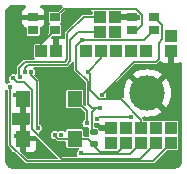
<source format=gbr>
%TF.GenerationSoftware,KiCad,Pcbnew,8.0.4-unknown-202407232306~396e531e7c~ubuntu22.04.1*%
%TF.CreationDate,2024-09-04T14:24:04+01:00*%
%TF.ProjectId,MONO_CTRL,4d4f4e4f-5f43-4545-924c-2e6b69636164,1.0*%
%TF.SameCoordinates,Original*%
%TF.FileFunction,Copper,L4,Bot*%
%TF.FilePolarity,Positive*%
%FSLAX46Y46*%
G04 Gerber Fmt 4.6, Leading zero omitted, Abs format (unit mm)*
G04 Created by KiCad (PCBNEW 8.0.4-unknown-202407232306~396e531e7c~ubuntu22.04.1) date 2024-09-04 14:24:04*
%MOMM*%
%LPD*%
G01*
G04 APERTURE LIST*
G04 Aperture macros list*
%AMRoundRect*
0 Rectangle with rounded corners*
0 $1 Rounding radius*
0 $2 $3 $4 $5 $6 $7 $8 $9 X,Y pos of 4 corners*
0 Add a 4 corners polygon primitive as box body*
4,1,4,$2,$3,$4,$5,$6,$7,$8,$9,$2,$3,0*
0 Add four circle primitives for the rounded corners*
1,1,$1+$1,$2,$3*
1,1,$1+$1,$4,$5*
1,1,$1+$1,$6,$7*
1,1,$1+$1,$8,$9*
0 Add four rect primitives between the rounded corners*
20,1,$1+$1,$2,$3,$4,$5,0*
20,1,$1+$1,$4,$5,$6,$7,0*
20,1,$1+$1,$6,$7,$8,$9,0*
20,1,$1+$1,$8,$9,$2,$3,0*%
G04 Aperture macros list end*
%TA.AperFunction,ComponentPad*%
%ADD10R,1.000000X1.000000*%
%TD*%
%TA.AperFunction,SMDPad,CuDef*%
%ADD11R,0.900000X0.700000*%
%TD*%
%TA.AperFunction,SMDPad,CuDef*%
%ADD12C,3.000000*%
%TD*%
%TA.AperFunction,SMDPad,CuDef*%
%ADD13RoundRect,0.135000X-0.185000X0.135000X-0.185000X-0.135000X0.185000X-0.135000X0.185000X0.135000X0*%
%TD*%
%TA.AperFunction,SMDPad,CuDef*%
%ADD14R,1.230000X1.360000*%
%TD*%
%TA.AperFunction,ViaPad*%
%ADD15C,0.400000*%
%TD*%
%TA.AperFunction,Conductor*%
%ADD16C,0.127000*%
%TD*%
%TA.AperFunction,Conductor*%
%ADD17C,0.152400*%
%TD*%
G04 APERTURE END LIST*
D10*
%TO.P,J4,1,Pin_1*%
%TO.N,+5V*%
X31585000Y-25395001D03*
%TD*%
%TO.P,J17,1,Pin_1*%
%TO.N,/U0TX*%
X36390000Y-34795000D03*
%TD*%
%TO.P,J5,1,Pin_1*%
%TO.N,/GPIO9*%
X29180001Y-27025000D03*
%TD*%
%TO.P,J22,1,Pin_1*%
%TO.N,GND*%
X31310000Y-33525000D03*
%TD*%
%TO.P,J2,1,Pin_1*%
%TO.N,GND*%
X26640001Y-27025000D03*
%TD*%
%TO.P,J12,1,Pin_1*%
%TO.N,/GPIO9*%
X35120000Y-33525000D03*
%TD*%
%TO.P,J8,1,Pin_1*%
%TO.N,/CSB*%
X32990001Y-27025000D03*
%TD*%
%TO.P,J1,1,Pin_1*%
%TO.N,+3.3V*%
X25370001Y-27025000D03*
%TD*%
%TO.P,J23,1,Pin_1*%
%TO.N,/USB_D-*%
X30315000Y-25395000D03*
%TD*%
%TO.P,J15,1,Pin_1*%
%TO.N,/SPICS*%
X33850000Y-34795000D03*
%TD*%
%TO.P,J24,1,Pin_1*%
%TO.N,+BATT*%
X36360001Y-25755000D03*
%TD*%
%TO.P,J14,1,Pin_1*%
%TO.N,/GPIO8*%
X32580000Y-33525000D03*
%TD*%
%TO.P,J26,1,Pin_1*%
%TO.N,GND*%
X31585000Y-24125000D03*
%TD*%
%TO.P,J18,1,Pin_1*%
%TO.N,/PWM*%
X31310000Y-34795000D03*
%TD*%
%TO.P,J13,1,Pin_1*%
%TO.N,/PICO*%
X33850001Y-33525000D03*
%TD*%
%TO.P,J10,1,Pin_1*%
%TO.N,/USB_D+*%
X30315000Y-24125000D03*
%TD*%
%TO.P,J7,1,Pin_1*%
%TO.N,/GPIO8*%
X31720001Y-27025000D03*
%TD*%
%TO.P,J21,1,Pin_1*%
%TO.N,/GPIO*%
X32580000Y-34795000D03*
%TD*%
%TO.P,J16,1,Pin_1*%
%TO.N,/U0RX*%
X35120000Y-34795000D03*
%TD*%
%TO.P,J11,1,Pin_1*%
%TO.N,+3.3V*%
X36390000Y-33525000D03*
%TD*%
%TO.P,J25,1,Pin_1*%
%TO.N,GND*%
X36360001Y-27025000D03*
%TD*%
%TO.P,J6,1,Pin_1*%
%TO.N,/PICO*%
X30450001Y-27025000D03*
%TD*%
%TO.P,J9,1,Pin_1*%
%TO.N,/extRef*%
X34260001Y-27025000D03*
%TD*%
D11*
%TO.P,LED1,1,DO*%
%TO.N,unconnected-(LED1-DO-Pad1)*%
X24695000Y-25275000D03*
%TO.P,LED1,2,GND*%
%TO.N,GND*%
X24695000Y-24175000D03*
%TO.P,LED1,3,DI*%
%TO.N,Net-(LED1-DI)*%
X26535000Y-24175000D03*
%TO.P,LED1,4,VDD*%
%TO.N,+3.3V*%
X26535000Y-25275000D03*
%TD*%
D12*
%TO.P,I1,1,conn*%
%TO.N,GND*%
X34349999Y-30568750D03*
%TD*%
D11*
%TO.P,LED2,1,DO*%
%TO.N,Net-(LED1-DI)*%
X33095000Y-25275000D03*
%TO.P,LED2,2,GND*%
%TO.N,GND*%
X33095000Y-24175000D03*
%TO.P,LED2,3,DI*%
%TO.N,/LED_IN*%
X34935000Y-24175000D03*
%TO.P,LED2,4,VDD*%
%TO.N,+3.3V*%
X34935000Y-25275000D03*
%TD*%
D13*
%TO.P,R1,1*%
%TO.N,+3.3V*%
X29815000Y-33865001D03*
%TO.P,R1,2*%
%TO.N,/GPIO*%
X29815000Y-34884999D03*
%TD*%
D14*
%TO.P,SW2,1,1*%
%TO.N,GND*%
X23835000Y-31075000D03*
%TO.P,SW2,2,2*%
%TO.N,Net-(U2-MTMS)*%
X28195000Y-31075000D03*
%TD*%
%TO.P,SW1,1,1*%
%TO.N,/GPIO*%
X28195000Y-34425000D03*
%TO.P,SW1,2,2*%
%TO.N,GND*%
X23835000Y-34425000D03*
%TD*%
D15*
%TO.N,GND*%
X36865000Y-32495000D03*
X28315000Y-29575000D03*
X36575000Y-36395000D03*
X23060000Y-23870000D03*
X25415000Y-29575000D03*
X23260000Y-34250000D03*
X28315000Y-32575000D03*
X26915000Y-31075000D03*
X25415000Y-32625000D03*
X25415000Y-31125000D03*
X35415000Y-30395000D03*
X23180000Y-30760000D03*
X26915000Y-29575000D03*
X26815000Y-32575000D03*
%TO.N,/PICO*%
X29315000Y-28775000D03*
%TO.N,/SPICS*%
X28745000Y-35675000D03*
%TO.N,+BATT*%
X30135000Y-32745000D03*
X33015000Y-32625000D03*
%TO.N,/LED_IN*%
X30490000Y-30700000D03*
%TO.N,+3.3V*%
X29815000Y-33865001D03*
X28815000Y-26095000D03*
X30315000Y-31825000D03*
%TO.N,/GPIO*%
X26515000Y-34125000D03*
%TO.N,/lna_in*%
X24515000Y-28825000D03*
X25065001Y-33525000D03*
%TO.N,Net-(U2-MTMS)*%
X29215000Y-33125000D03*
%TO.N,/USB_D-*%
X23965697Y-28797257D03*
%TO.N,/USB_D+*%
X23540000Y-29200000D03*
%TO.N,/U0RX*%
X23006419Y-29333395D03*
%TO.N,/U0TX*%
X22740000Y-30040000D03*
%TO.N,/PWM*%
X27065000Y-34085000D03*
%TD*%
D16*
%TO.N,GND*%
X23260000Y-34250000D02*
X23660000Y-34250000D01*
X23365000Y-24175000D02*
X23060000Y-23870000D01*
X23835000Y-30895000D02*
X23835000Y-31075000D01*
X23700000Y-30760000D02*
X23835000Y-30895000D01*
X24695000Y-24175000D02*
X23365000Y-24175000D01*
X23660000Y-34250000D02*
X23835000Y-34425000D01*
X23180000Y-30760000D02*
X23700000Y-30760000D01*
%TO.N,/PICO*%
X29315000Y-28775000D02*
X30450001Y-27639999D01*
X33850001Y-33525000D02*
X33850001Y-32875223D01*
X30303500Y-31113500D02*
X29532000Y-30342000D01*
X33850001Y-32875223D02*
X32088278Y-31113500D01*
X32088278Y-31113500D02*
X30303500Y-31113500D01*
X30450001Y-27639999D02*
X30450001Y-27025000D01*
X29532000Y-28992000D02*
X29315000Y-28775000D01*
X29532000Y-30342000D02*
X29532000Y-28992000D01*
%TO.N,/SPICS*%
X32903000Y-35742000D02*
X33850000Y-34795000D01*
X28812000Y-35742000D02*
X32903000Y-35742000D01*
X28745000Y-35675000D02*
X28812000Y-35742000D01*
%TO.N,+BATT*%
X30255000Y-32625000D02*
X33015000Y-32625000D01*
X30135000Y-32745000D02*
X30255000Y-32625000D01*
%TO.N,/LED_IN*%
X30490000Y-30700000D02*
X33232000Y-27958000D01*
X35082000Y-27958000D02*
X35315000Y-27725000D01*
X33232000Y-27958000D02*
X35082000Y-27958000D01*
X35315000Y-26325000D02*
X35615000Y-26025000D01*
X35315000Y-27725000D02*
X35315000Y-26325000D01*
X35615000Y-24855000D02*
X34935000Y-24175000D01*
X35615000Y-26025000D02*
X35615000Y-24855000D01*
%TO.N,+3.3V*%
X28315000Y-28595000D02*
X28315000Y-26595000D01*
X29645000Y-31825000D02*
X29315000Y-31495000D01*
X34115000Y-26095000D02*
X28815000Y-26095000D01*
X29675000Y-32185000D02*
X30035000Y-31825000D01*
X29675000Y-33725001D02*
X29675000Y-32185000D01*
X26535000Y-25275000D02*
X25370001Y-26439999D01*
X30315000Y-31825000D02*
X29645000Y-31825000D01*
X34935000Y-25275000D02*
X34115000Y-26095000D01*
X30035000Y-31825000D02*
X30315000Y-31825000D01*
X29315000Y-31495000D02*
X29315000Y-29595000D01*
X29315000Y-29595000D02*
X28315000Y-28595000D01*
X25370001Y-26439999D02*
X25370001Y-27025000D01*
X29815000Y-33865001D02*
X29675000Y-33725001D01*
X28315000Y-26595000D02*
X28815000Y-26095000D01*
%TO.N,/GPIO*%
X29355001Y-34425000D02*
X29815000Y-34884999D01*
X29815000Y-35025000D02*
X30315000Y-35525000D01*
X30315000Y-35525000D02*
X31915000Y-35525000D01*
X31915000Y-35525000D02*
X32580000Y-34860000D01*
X26515000Y-34125000D02*
X26515000Y-34185000D01*
X26835000Y-34505000D02*
X28115000Y-34505000D01*
X28195000Y-34425000D02*
X29355001Y-34425000D01*
X26515000Y-34185000D02*
X26835000Y-34505000D01*
X32580000Y-34860000D02*
X32580000Y-34795000D01*
X29815000Y-34884999D02*
X29815000Y-35025000D01*
X28115000Y-34505000D02*
X28195000Y-34425000D01*
%TO.N,/lna_in*%
X25001500Y-29561500D02*
X24515000Y-29075000D01*
X25065001Y-33525000D02*
X25001500Y-33461499D01*
X24515000Y-29075000D02*
X24515000Y-28825000D01*
X25001500Y-33461499D02*
X25001500Y-29561500D01*
%TO.N,Net-(U2-MTMS)*%
X29215000Y-32095000D02*
X28195000Y-31075000D01*
X29215000Y-33125000D02*
X29215000Y-32095000D01*
D17*
%TO.N,/USB_D-*%
X23965697Y-28419304D02*
X24217601Y-28167400D01*
X27517601Y-28167400D02*
X27802401Y-27882600D01*
X27802401Y-27882600D02*
X27802401Y-26107599D01*
X23965697Y-28797257D02*
X23965697Y-28419304D01*
X28515000Y-25395000D02*
X30315000Y-25395000D01*
X24217601Y-28167400D02*
X27517601Y-28167400D01*
X27802401Y-26107599D02*
X28515000Y-25395000D01*
%TO.N,/USB_D+*%
X27560001Y-25525000D02*
X28960001Y-24125000D01*
X23540000Y-29200000D02*
X23475000Y-29135000D01*
X28960001Y-24125000D02*
X30315000Y-24125000D01*
X27560001Y-27725000D02*
X27560001Y-25525000D01*
X23475000Y-28415000D02*
X23965000Y-27925000D01*
X23965000Y-27925000D02*
X27360001Y-27925000D01*
X23475000Y-29135000D02*
X23475000Y-28415000D01*
X27360001Y-27925000D02*
X27560001Y-27725000D01*
D16*
%TO.N,/U0RX*%
X27093223Y-36138000D02*
X24603500Y-33648277D01*
X23286524Y-29613500D02*
X23006419Y-29333395D01*
X24603500Y-30313500D02*
X23903500Y-29613500D01*
X35120000Y-34795000D02*
X33777000Y-36138000D01*
X24603500Y-33648277D02*
X24603500Y-30313500D01*
X23903500Y-29613500D02*
X23286524Y-29613500D01*
X33777000Y-36138000D02*
X27093223Y-36138000D01*
%TO.N,/U0TX*%
X22740000Y-34932000D02*
X24163000Y-36355000D01*
X22740000Y-30040000D02*
X22740000Y-34932000D01*
X34830000Y-36355000D02*
X36390000Y-34795000D01*
X24163000Y-36355000D02*
X34830000Y-36355000D01*
%TO.N,Net-(LED1-DI)*%
X33915000Y-24810000D02*
X33450000Y-25275000D01*
X26535000Y-24175000D02*
X27285000Y-23425000D01*
X33915000Y-23925000D02*
X33915000Y-24810000D01*
X33450000Y-25275000D02*
X33095000Y-25275000D01*
X33415000Y-23425000D02*
X33915000Y-23925000D01*
X27285000Y-23425000D02*
X33415000Y-23425000D01*
%TD*%
%TA.AperFunction,Conductor*%
%TO.N,GND*%
G36*
X36610001Y-28025000D02*
G01*
X36907829Y-28025000D01*
X36907845Y-28024999D01*
X36967373Y-28018598D01*
X36967380Y-28018596D01*
X37102087Y-27968354D01*
X37102091Y-27968352D01*
X37106187Y-27965286D01*
X37171650Y-27940867D01*
X37239924Y-27955717D01*
X37289330Y-28005121D01*
X37304500Y-28064551D01*
X37304500Y-36268907D01*
X37303903Y-36281061D01*
X37291488Y-36407113D01*
X37286745Y-36430955D01*
X37251752Y-36546310D01*
X37242450Y-36568767D01*
X37185629Y-36675071D01*
X37172124Y-36695283D01*
X37095652Y-36788464D01*
X37078464Y-36805652D01*
X36985283Y-36882124D01*
X36965071Y-36895629D01*
X36858767Y-36952450D01*
X36836310Y-36961752D01*
X36720955Y-36996745D01*
X36697113Y-37001488D01*
X36571062Y-37013903D01*
X36558908Y-37014500D01*
X23071092Y-37014500D01*
X23058938Y-37013903D01*
X22932886Y-37001488D01*
X22909044Y-36996745D01*
X22793689Y-36961752D01*
X22771232Y-36952450D01*
X22664928Y-36895629D01*
X22644716Y-36882124D01*
X22551535Y-36805652D01*
X22534347Y-36788464D01*
X22457875Y-36695283D01*
X22444370Y-36675071D01*
X22387549Y-36568767D01*
X22378247Y-36546310D01*
X22343254Y-36430955D01*
X22338512Y-36407119D01*
X22326097Y-36281070D01*
X22325500Y-36268916D01*
X22325500Y-30420544D01*
X22345185Y-30353505D01*
X22397989Y-30307750D01*
X22467147Y-30297806D01*
X22522326Y-30323005D01*
X22523521Y-30321361D01*
X22534888Y-30329620D01*
X22538087Y-30333769D01*
X22538314Y-30333996D01*
X22538284Y-30334025D01*
X22577552Y-30384950D01*
X22586000Y-30429936D01*
X22586000Y-34901367D01*
X22586000Y-34962633D01*
X22609445Y-35019234D01*
X22609446Y-35019235D01*
X22686291Y-35096080D01*
X22719776Y-35157403D01*
X22721899Y-35170503D01*
X22726401Y-35212373D01*
X22726403Y-35212379D01*
X22776645Y-35347086D01*
X22776649Y-35347093D01*
X22862809Y-35462187D01*
X22862812Y-35462190D01*
X22977906Y-35548350D01*
X22977913Y-35548354D01*
X23112620Y-35598596D01*
X23112627Y-35598598D01*
X23154494Y-35603100D01*
X23219045Y-35629838D01*
X23228919Y-35638708D01*
X24075766Y-36485555D01*
X24132367Y-36509000D01*
X24132368Y-36509000D01*
X34860632Y-36509000D01*
X34860633Y-36509000D01*
X34917234Y-36485555D01*
X35980969Y-35421817D01*
X36042292Y-35388333D01*
X36068650Y-35385499D01*
X36898909Y-35385499D01*
X36898912Y-35385499D01*
X36925311Y-35380249D01*
X36955247Y-35360247D01*
X36975249Y-35330311D01*
X36980500Y-35303913D01*
X36980499Y-34286088D01*
X36975249Y-34259689D01*
X36975248Y-34259687D01*
X36975247Y-34259685D01*
X36954670Y-34228888D01*
X36933793Y-34162210D01*
X36952279Y-34094830D01*
X36954671Y-34091108D01*
X36955245Y-34090247D01*
X36955247Y-34090247D01*
X36975249Y-34060311D01*
X36980500Y-34033913D01*
X36980499Y-33016088D01*
X36975249Y-32989689D01*
X36975248Y-32989687D01*
X36975247Y-32989685D01*
X36955247Y-32959752D01*
X36925311Y-32939750D01*
X36898915Y-32934500D01*
X35881091Y-32934500D01*
X35854687Y-32939751D01*
X35854682Y-32939753D01*
X35823886Y-32960330D01*
X35757208Y-32981206D01*
X35689829Y-32962719D01*
X35686110Y-32960329D01*
X35655311Y-32939750D01*
X35628915Y-32934500D01*
X34611091Y-32934500D01*
X34584688Y-32939751D01*
X34553889Y-32960330D01*
X34487211Y-32981206D01*
X34419831Y-32962720D01*
X34416111Y-32960329D01*
X34385312Y-32939750D01*
X34358916Y-32934500D01*
X34358914Y-32934500D01*
X34123649Y-32934500D01*
X34056610Y-32914815D01*
X34010855Y-32862011D01*
X34008849Y-32855801D01*
X34008674Y-32855874D01*
X34004001Y-32844592D01*
X34004001Y-32844591D01*
X33980556Y-32787989D01*
X33955953Y-32763386D01*
X33922468Y-32702063D01*
X33927452Y-32632371D01*
X33969324Y-32576438D01*
X34034788Y-32552021D01*
X34061272Y-32552966D01*
X34064636Y-32553449D01*
X34349998Y-32573859D01*
X34350000Y-32573859D01*
X34635361Y-32553449D01*
X34914894Y-32492640D01*
X35182957Y-32392658D01*
X35434046Y-32255553D01*
X35576560Y-32148866D01*
X35576561Y-32148865D01*
X34349999Y-30922303D01*
X33996445Y-30568749D01*
X34703552Y-30568749D01*
X34703552Y-30568750D01*
X35930114Y-31795312D01*
X35930115Y-31795311D01*
X36036802Y-31652797D01*
X36173907Y-31401708D01*
X36273889Y-31133645D01*
X36334698Y-30854112D01*
X36355108Y-30568751D01*
X36355108Y-30568748D01*
X36334698Y-30283387D01*
X36273889Y-30003854D01*
X36173907Y-29735791D01*
X36036807Y-29484711D01*
X36036806Y-29484710D01*
X35930114Y-29342186D01*
X34703552Y-30568749D01*
X33996445Y-30568749D01*
X32769881Y-29342186D01*
X32663195Y-29484703D01*
X32663190Y-29484711D01*
X32526090Y-29735791D01*
X32426108Y-30003854D01*
X32365299Y-30283387D01*
X32344890Y-30568748D01*
X32344890Y-30568751D01*
X32365299Y-30854112D01*
X32365930Y-30858500D01*
X32364698Y-30858676D01*
X32360112Y-30922852D01*
X32318244Y-30978788D01*
X32252781Y-31003209D01*
X32184507Y-30988361D01*
X32175670Y-30983011D01*
X32175512Y-30982945D01*
X32118911Y-30959500D01*
X30948954Y-30959500D01*
X30881915Y-30939815D01*
X30836160Y-30887011D01*
X30826216Y-30817853D01*
X30826481Y-30816103D01*
X30844869Y-30700003D01*
X30844869Y-30700000D01*
X30840658Y-30673413D01*
X30836009Y-30644063D01*
X30844963Y-30574773D01*
X30870798Y-30536989D01*
X32419155Y-28988633D01*
X33123435Y-28988633D01*
X34349999Y-30215196D01*
X34350000Y-30215196D01*
X35576561Y-28988633D01*
X35576560Y-28988632D01*
X35434045Y-28881946D01*
X35434037Y-28881941D01*
X35182956Y-28744841D01*
X35182957Y-28744841D01*
X34914894Y-28644859D01*
X34635361Y-28584050D01*
X34350000Y-28563641D01*
X34349998Y-28563641D01*
X34064636Y-28584050D01*
X33785103Y-28644859D01*
X33517040Y-28744841D01*
X33265960Y-28881941D01*
X33265952Y-28881946D01*
X33123436Y-28988632D01*
X33123435Y-28988633D01*
X32419155Y-28988633D01*
X33259470Y-28148319D01*
X33320793Y-28114834D01*
X33347151Y-28112000D01*
X35112632Y-28112000D01*
X35112633Y-28112000D01*
X35169234Y-28088555D01*
X35354086Y-27903702D01*
X35415407Y-27870219D01*
X35485098Y-27875203D01*
X35516076Y-27892119D01*
X35617907Y-27968350D01*
X35617914Y-27968354D01*
X35752621Y-28018596D01*
X35752628Y-28018598D01*
X35812156Y-28024999D01*
X35812173Y-28025000D01*
X36110001Y-28025000D01*
X36110001Y-27234618D01*
X36160447Y-27285064D01*
X36234556Y-27327851D01*
X36317214Y-27350000D01*
X36402788Y-27350000D01*
X36485446Y-27327851D01*
X36559555Y-27285064D01*
X36610001Y-27234618D01*
X36610001Y-28025000D01*
G37*
%TD.AperFunction*%
%TA.AperFunction,Conductor*%
G36*
X24028039Y-30844685D02*
G01*
X24073794Y-30897489D01*
X24085000Y-30949000D01*
X24085000Y-32255000D01*
X24325500Y-32255000D01*
X24392539Y-32274685D01*
X24438294Y-32327489D01*
X24449500Y-32379000D01*
X24449500Y-33121000D01*
X24429815Y-33188039D01*
X24377011Y-33233794D01*
X24325500Y-33245000D01*
X24085000Y-33245000D01*
X24085000Y-34175000D01*
X24861072Y-34175000D01*
X24928111Y-34194685D01*
X24948753Y-34211319D01*
X26726753Y-35989319D01*
X26760238Y-36050642D01*
X26755254Y-36120334D01*
X26713382Y-36176267D01*
X26647918Y-36200684D01*
X26639072Y-36201000D01*
X24278151Y-36201000D01*
X24211112Y-36181315D01*
X24190470Y-36164681D01*
X23630789Y-35605000D01*
X24085000Y-35605000D01*
X24497828Y-35605000D01*
X24497844Y-35604999D01*
X24557372Y-35598598D01*
X24557379Y-35598596D01*
X24692086Y-35548354D01*
X24692093Y-35548350D01*
X24807187Y-35462190D01*
X24807190Y-35462187D01*
X24893350Y-35347093D01*
X24893354Y-35347086D01*
X24943596Y-35212379D01*
X24943598Y-35212372D01*
X24949999Y-35152844D01*
X24950000Y-35152827D01*
X24950000Y-34675000D01*
X24085000Y-34675000D01*
X24085000Y-35605000D01*
X23630789Y-35605000D01*
X23621319Y-35595530D01*
X23587834Y-35534207D01*
X23585000Y-35507849D01*
X23585000Y-33245000D01*
X23172155Y-33245000D01*
X23112627Y-33251401D01*
X23112620Y-33251403D01*
X23061333Y-33270532D01*
X22991641Y-33275516D01*
X22930318Y-33242031D01*
X22896834Y-33180707D01*
X22894000Y-33154350D01*
X22894000Y-32345649D01*
X22913685Y-32278610D01*
X22966489Y-32232855D01*
X23035647Y-32222911D01*
X23061335Y-32229468D01*
X23112619Y-32248596D01*
X23112627Y-32248598D01*
X23172155Y-32254999D01*
X23172172Y-32255000D01*
X23585000Y-32255000D01*
X23585000Y-30949000D01*
X23604685Y-30881961D01*
X23657489Y-30836206D01*
X23709000Y-30825000D01*
X23961000Y-30825000D01*
X24028039Y-30844685D01*
G37*
%TD.AperFunction*%
%TA.AperFunction,Conductor*%
G36*
X28080334Y-27942931D02*
G01*
X28136267Y-27984803D01*
X28160684Y-28050267D01*
X28161000Y-28059113D01*
X28161000Y-28564367D01*
X28161000Y-28625633D01*
X28184445Y-28682234D01*
X28184446Y-28682235D01*
X29124681Y-29622470D01*
X29158166Y-29683793D01*
X29161000Y-29710151D01*
X29161000Y-31523849D01*
X29141315Y-31590888D01*
X29088511Y-31636643D01*
X29019353Y-31646587D01*
X28955797Y-31617562D01*
X28949319Y-31611530D01*
X28936818Y-31599029D01*
X28903333Y-31537706D01*
X28900499Y-31511348D01*
X28900499Y-30386091D01*
X28900499Y-30386088D01*
X28895249Y-30359689D01*
X28895248Y-30359687D01*
X28895247Y-30359685D01*
X28875247Y-30329752D01*
X28845311Y-30309750D01*
X28818915Y-30304500D01*
X27571091Y-30304500D01*
X27544687Y-30309751D01*
X27544685Y-30309752D01*
X27514752Y-30329752D01*
X27494750Y-30359688D01*
X27489500Y-30386084D01*
X27489500Y-31763908D01*
X27494751Y-31790312D01*
X27494752Y-31790314D01*
X27514752Y-31820247D01*
X27544688Y-31840249D01*
X27553407Y-31841983D01*
X27571087Y-31845500D01*
X28696348Y-31845499D01*
X28763387Y-31865184D01*
X28784029Y-31881818D01*
X29024681Y-32122470D01*
X29058166Y-32183793D01*
X29061000Y-32210151D01*
X29061000Y-32735063D01*
X29041315Y-32802102D01*
X29009889Y-32835378D01*
X29006414Y-32837902D01*
X28927909Y-32916407D01*
X28927904Y-32916414D01*
X28877498Y-33015341D01*
X28860131Y-33124997D01*
X28860131Y-33125002D01*
X28877498Y-33234658D01*
X28927904Y-33333585D01*
X28927909Y-33333592D01*
X29006407Y-33412090D01*
X29006410Y-33412092D01*
X29006413Y-33412095D01*
X29045503Y-33432012D01*
X29105341Y-33462501D01*
X29214998Y-33479869D01*
X29215000Y-33479869D01*
X29215001Y-33479869D01*
X29241697Y-33475640D01*
X29284991Y-33468783D01*
X29354285Y-33477737D01*
X29407737Y-33522733D01*
X29428377Y-33589484D01*
X29418955Y-33638700D01*
X29417584Y-33642009D01*
X29404500Y-33707791D01*
X29404500Y-34022209D01*
X29417583Y-34087987D01*
X29422258Y-34099273D01*
X29418137Y-34100979D01*
X29431860Y-34144711D01*
X29413416Y-34212102D01*
X29361466Y-34258824D01*
X29307881Y-34271000D01*
X29024499Y-34271000D01*
X28957460Y-34251315D01*
X28911705Y-34198511D01*
X28900499Y-34147000D01*
X28900499Y-33736091D01*
X28900499Y-33736088D01*
X28895249Y-33709689D01*
X28895248Y-33709687D01*
X28895247Y-33709685D01*
X28875247Y-33679752D01*
X28845311Y-33659750D01*
X28818915Y-33654500D01*
X27571091Y-33654500D01*
X27544687Y-33659751D01*
X27544685Y-33659752D01*
X27514752Y-33679752D01*
X27494750Y-33709688D01*
X27488679Y-33740210D01*
X27456293Y-33802121D01*
X27395576Y-33836694D01*
X27325807Y-33832953D01*
X27279381Y-33803698D01*
X27273592Y-33797909D01*
X27273588Y-33797906D01*
X27273587Y-33797905D01*
X27248385Y-33785064D01*
X27174658Y-33747498D01*
X27065002Y-33730131D01*
X27064998Y-33730131D01*
X26955341Y-33747498D01*
X26856414Y-33797904D01*
X26856405Y-33797910D01*
X26848780Y-33805536D01*
X26787456Y-33839019D01*
X26717764Y-33834032D01*
X26704818Y-33828342D01*
X26624661Y-33787500D01*
X26624659Y-33787499D01*
X26624656Y-33787498D01*
X26515002Y-33770131D01*
X26514998Y-33770131D01*
X26405341Y-33787498D01*
X26306414Y-33837904D01*
X26306407Y-33837909D01*
X26227909Y-33916407D01*
X26227904Y-33916414D01*
X26177498Y-34015341D01*
X26160131Y-34124997D01*
X26160131Y-34125002D01*
X26177498Y-34234658D01*
X26227904Y-34333585D01*
X26227909Y-34333592D01*
X26306407Y-34412090D01*
X26306410Y-34412092D01*
X26306413Y-34412095D01*
X26405339Y-34462500D01*
X26405341Y-34462501D01*
X26489397Y-34475813D01*
X26515000Y-34479869D01*
X26519130Y-34479214D01*
X26524198Y-34479869D01*
X26524760Y-34479869D01*
X26524760Y-34479941D01*
X26588420Y-34488163D01*
X26626216Y-34514005D01*
X26704445Y-34592234D01*
X26747766Y-34635555D01*
X26760909Y-34640999D01*
X26760911Y-34641000D01*
X26804364Y-34658999D01*
X26804365Y-34658999D01*
X26804367Y-34659000D01*
X26804368Y-34659000D01*
X27365501Y-34659000D01*
X27432540Y-34678685D01*
X27478295Y-34731489D01*
X27489501Y-34783000D01*
X27489501Y-35113912D01*
X27489502Y-35113915D01*
X27494751Y-35140312D01*
X27494752Y-35140314D01*
X27514752Y-35170247D01*
X27544688Y-35190249D01*
X27553407Y-35191983D01*
X27571087Y-35195500D01*
X28429456Y-35195499D01*
X28496494Y-35215183D01*
X28542249Y-35267987D01*
X28552193Y-35337146D01*
X28523168Y-35400702D01*
X28517137Y-35407180D01*
X28457906Y-35466410D01*
X28457904Y-35466414D01*
X28407498Y-35565341D01*
X28390131Y-35674997D01*
X28390131Y-35675002D01*
X28407498Y-35784658D01*
X28417204Y-35803706D01*
X28430100Y-35872375D01*
X28403823Y-35937115D01*
X28346716Y-35977372D01*
X28306719Y-35984000D01*
X27208374Y-35984000D01*
X27141335Y-35964315D01*
X27120693Y-35947681D01*
X25203163Y-34030151D01*
X25169678Y-33968828D01*
X25174662Y-33899136D01*
X25216534Y-33843203D01*
X25234543Y-33831989D01*
X25273588Y-33812095D01*
X25352096Y-33733587D01*
X25402501Y-33634661D01*
X25402501Y-33634659D01*
X25402502Y-33634658D01*
X25419870Y-33525002D01*
X25419870Y-33524997D01*
X25402502Y-33415341D01*
X25360849Y-33333592D01*
X25352096Y-33316413D01*
X25352093Y-33316410D01*
X25352091Y-33316407D01*
X25273593Y-33237909D01*
X25273588Y-33237905D01*
X25223203Y-33212232D01*
X25172408Y-33164257D01*
X25155500Y-33101748D01*
X25155500Y-29530870D01*
X25155500Y-29530868D01*
X25153593Y-29526265D01*
X25153591Y-29526261D01*
X25153590Y-29526256D01*
X25132057Y-29474271D01*
X25132055Y-29474266D01*
X24828426Y-29170637D01*
X24794941Y-29109314D01*
X24799925Y-29039622D01*
X24805613Y-29026680D01*
X24852500Y-28934661D01*
X24855781Y-28913951D01*
X24869869Y-28825002D01*
X24869869Y-28824997D01*
X24852501Y-28715341D01*
X24823631Y-28658681D01*
X24802095Y-28616413D01*
X24802092Y-28616410D01*
X24802090Y-28616407D01*
X24731464Y-28545781D01*
X24697979Y-28484458D01*
X24702963Y-28414766D01*
X24744835Y-28358833D01*
X24810299Y-28334416D01*
X24819145Y-28334100D01*
X27550758Y-28334100D01*
X27550760Y-28334100D01*
X27612029Y-28308722D01*
X27943723Y-27977028D01*
X27943723Y-27977027D01*
X27949319Y-27971432D01*
X28010642Y-27937947D01*
X28080334Y-27942931D01*
G37*
%TD.AperFunction*%
%TA.AperFunction,Conductor*%
G36*
X30009292Y-33074323D02*
G01*
X30025339Y-33082500D01*
X30025340Y-33082500D01*
X30025342Y-33082501D01*
X30134998Y-33099869D01*
X30135000Y-33099869D01*
X30135002Y-33099869D01*
X30166602Y-33094864D01*
X30235895Y-33103818D01*
X30289347Y-33148815D01*
X30309987Y-33215566D01*
X30310000Y-33217337D01*
X30310000Y-33275000D01*
X31100382Y-33275000D01*
X31049936Y-33325446D01*
X31007149Y-33399555D01*
X30985000Y-33482213D01*
X30985000Y-33567787D01*
X31007149Y-33650445D01*
X31049936Y-33724554D01*
X31100382Y-33775000D01*
X30340632Y-33775000D01*
X30273593Y-33755315D01*
X30227838Y-33702511D01*
X30219015Y-33675193D01*
X30212417Y-33642015D01*
X30162577Y-33567424D01*
X30109000Y-33531625D01*
X30087987Y-33517584D01*
X30055098Y-33511042D01*
X30022211Y-33504501D01*
X30022210Y-33504501D01*
X29953000Y-33504501D01*
X29885961Y-33484816D01*
X29840206Y-33432012D01*
X29829000Y-33380501D01*
X29829000Y-33184809D01*
X29848685Y-33117770D01*
X29901489Y-33072015D01*
X29970647Y-33062071D01*
X30009292Y-33074323D01*
G37*
%TD.AperFunction*%
%TA.AperFunction,Conductor*%
G36*
X24042609Y-23155185D02*
G01*
X24088364Y-23207989D01*
X24098308Y-23277147D01*
X24069283Y-23340703D01*
X24018903Y-23375682D01*
X24002913Y-23381645D01*
X24002906Y-23381649D01*
X23887812Y-23467809D01*
X23887809Y-23467812D01*
X23801649Y-23582906D01*
X23801645Y-23582913D01*
X23751403Y-23717620D01*
X23751401Y-23717627D01*
X23745000Y-23777155D01*
X23745000Y-23925000D01*
X25645000Y-23925000D01*
X25645000Y-23777172D01*
X25644999Y-23777155D01*
X25638598Y-23717627D01*
X25638596Y-23717620D01*
X25588354Y-23582913D01*
X25588350Y-23582906D01*
X25502190Y-23467812D01*
X25502187Y-23467809D01*
X25387093Y-23381649D01*
X25387086Y-23381645D01*
X25371097Y-23375682D01*
X25315163Y-23333811D01*
X25290746Y-23268347D01*
X25305597Y-23200074D01*
X25355002Y-23150668D01*
X25414430Y-23135500D01*
X27057349Y-23135500D01*
X27124388Y-23155185D01*
X27170143Y-23207989D01*
X27180087Y-23277147D01*
X27151062Y-23340703D01*
X27145030Y-23347181D01*
X26794029Y-23698181D01*
X26732706Y-23731666D01*
X26706348Y-23734500D01*
X26076091Y-23734500D01*
X26049687Y-23739751D01*
X26049685Y-23739752D01*
X26019752Y-23759752D01*
X25999750Y-23789688D01*
X25994500Y-23816084D01*
X25994500Y-24533908D01*
X25999751Y-24560312D01*
X25999752Y-24560314D01*
X26019752Y-24590247D01*
X26049683Y-24610246D01*
X26049686Y-24610247D01*
X26049689Y-24610249D01*
X26049691Y-24610249D01*
X26050140Y-24610435D01*
X26050982Y-24611113D01*
X26059843Y-24617034D01*
X26059313Y-24617826D01*
X26104546Y-24654273D01*
X26126615Y-24720565D01*
X26109340Y-24788266D01*
X26058206Y-24835879D01*
X26050151Y-24839558D01*
X26049692Y-24839748D01*
X26019752Y-24859752D01*
X25999750Y-24889688D01*
X25994500Y-24916084D01*
X25994500Y-25546348D01*
X25974815Y-25613387D01*
X25958181Y-25634029D01*
X25282767Y-26309444D01*
X25239445Y-26352765D01*
X25239444Y-26352766D01*
X25237295Y-26357956D01*
X25193452Y-26412358D01*
X25127158Y-26434421D01*
X25122735Y-26434500D01*
X24861092Y-26434500D01*
X24834688Y-26439751D01*
X24834686Y-26439752D01*
X24804753Y-26459752D01*
X24784751Y-26489688D01*
X24779501Y-26516084D01*
X24779501Y-27533908D01*
X24784752Y-27560312D01*
X24784753Y-27560315D01*
X24788158Y-27565410D01*
X24809036Y-27632087D01*
X24790551Y-27699467D01*
X24738572Y-27746157D01*
X24685056Y-27758300D01*
X24012601Y-27758300D01*
X24012593Y-27758299D01*
X23998159Y-27758299D01*
X23931841Y-27758299D01*
X23931839Y-27758299D01*
X23931837Y-27758300D01*
X23888519Y-27776242D01*
X23888517Y-27776244D01*
X23881887Y-27778990D01*
X23870571Y-27783678D01*
X23842016Y-27812234D01*
X23823678Y-27830572D01*
X23823677Y-27830573D01*
X23595137Y-28059113D01*
X23363131Y-28291118D01*
X23333678Y-28320571D01*
X23308300Y-28381841D01*
X23308300Y-28884655D01*
X23288615Y-28951694D01*
X23271972Y-28972346D01*
X23267446Y-28976871D01*
X23206119Y-29010349D01*
X23136428Y-29005357D01*
X23123484Y-28999667D01*
X23116078Y-28995894D01*
X23006421Y-28978526D01*
X23006417Y-28978526D01*
X22896760Y-28995893D01*
X22797833Y-29046299D01*
X22797826Y-29046304D01*
X22719328Y-29124802D01*
X22719323Y-29124809D01*
X22668917Y-29223736D01*
X22651550Y-29333392D01*
X22651550Y-29333397D01*
X22668917Y-29443053D01*
X22710943Y-29525533D01*
X22723839Y-29594202D01*
X22697562Y-29658942D01*
X22640456Y-29699199D01*
X22638783Y-29699756D01*
X22630339Y-29702499D01*
X22531414Y-29752904D01*
X22523514Y-29758644D01*
X22521409Y-29755747D01*
X22475858Y-29780621D01*
X22406166Y-29775637D01*
X22350233Y-29733765D01*
X22325816Y-29668301D01*
X22325500Y-29659455D01*
X22325500Y-24572844D01*
X23745000Y-24572844D01*
X23751401Y-24632372D01*
X23751403Y-24632379D01*
X23801645Y-24767086D01*
X23801649Y-24767093D01*
X23887809Y-24882187D01*
X23887812Y-24882190D01*
X24002906Y-24968350D01*
X24002915Y-24968355D01*
X24073832Y-24994805D01*
X24129766Y-25036675D01*
X24154184Y-25102140D01*
X24154500Y-25110987D01*
X24154500Y-25633908D01*
X24159751Y-25660312D01*
X24159752Y-25660314D01*
X24179752Y-25690247D01*
X24209688Y-25710249D01*
X24218407Y-25711983D01*
X24236087Y-25715500D01*
X25153912Y-25715499D01*
X25180311Y-25710249D01*
X25210247Y-25690247D01*
X25230249Y-25660311D01*
X25235500Y-25633913D01*
X25235499Y-25110986D01*
X25255183Y-25043948D01*
X25307987Y-24998193D01*
X25316167Y-24994805D01*
X25387084Y-24968355D01*
X25387093Y-24968350D01*
X25502187Y-24882190D01*
X25502190Y-24882187D01*
X25588350Y-24767093D01*
X25588354Y-24767086D01*
X25638596Y-24632379D01*
X25638598Y-24632372D01*
X25644999Y-24572844D01*
X25645000Y-24572827D01*
X25645000Y-24425000D01*
X23745000Y-24425000D01*
X23745000Y-24572844D01*
X22325500Y-24572844D01*
X22325500Y-23731960D01*
X22326280Y-23718077D01*
X22333250Y-23656213D01*
X22338716Y-23607700D01*
X22344892Y-23580643D01*
X22379266Y-23482407D01*
X22391306Y-23457404D01*
X22446681Y-23369276D01*
X22463987Y-23347575D01*
X22537575Y-23273987D01*
X22559276Y-23256681D01*
X22647404Y-23201306D01*
X22672407Y-23189266D01*
X22770643Y-23154892D01*
X22797700Y-23148716D01*
X22897907Y-23137425D01*
X22908078Y-23136280D01*
X22921961Y-23135500D01*
X23975570Y-23135500D01*
X24042609Y-23155185D01*
G37*
%TD.AperFunction*%
%TA.AperFunction,Conductor*%
G36*
X29667539Y-23598685D02*
G01*
X29713294Y-23651489D01*
X29724500Y-23703000D01*
X29724500Y-23834300D01*
X29704815Y-23901339D01*
X29652011Y-23947094D01*
X29600500Y-23958300D01*
X28926842Y-23958300D01*
X28865572Y-23983678D01*
X27418679Y-25430571D01*
X27393301Y-25491841D01*
X27393301Y-25909168D01*
X27373616Y-25976207D01*
X27320812Y-26021962D01*
X27255177Y-26031399D01*
X27255088Y-26032231D01*
X27251830Y-26031880D01*
X27251654Y-26031906D01*
X27251114Y-26031803D01*
X27187845Y-26025000D01*
X26890001Y-26025000D01*
X26890001Y-26815382D01*
X26839555Y-26764936D01*
X26765446Y-26722149D01*
X26682788Y-26700000D01*
X26597214Y-26700000D01*
X26514556Y-26722149D01*
X26440447Y-26764936D01*
X26390001Y-26815382D01*
X26390001Y-26025000D01*
X26302150Y-26025000D01*
X26235111Y-26005315D01*
X26189356Y-25952511D01*
X26179412Y-25883353D01*
X26208437Y-25819797D01*
X26214469Y-25813319D01*
X26275970Y-25751818D01*
X26337293Y-25718333D01*
X26363651Y-25715499D01*
X26993909Y-25715499D01*
X26993912Y-25715499D01*
X27020311Y-25710249D01*
X27050247Y-25690247D01*
X27070249Y-25660311D01*
X27075500Y-25633913D01*
X27075499Y-24916088D01*
X27070249Y-24889689D01*
X27070248Y-24889687D01*
X27070247Y-24889685D01*
X27050247Y-24859752D01*
X27020312Y-24839751D01*
X27019855Y-24839562D01*
X27019010Y-24838881D01*
X27010157Y-24832966D01*
X27010686Y-24832173D01*
X26965450Y-24795722D01*
X26943384Y-24729428D01*
X26960662Y-24661729D01*
X27011798Y-24614117D01*
X27019859Y-24610436D01*
X27020309Y-24610249D01*
X27020311Y-24610249D01*
X27020312Y-24610248D01*
X27020315Y-24610247D01*
X27050247Y-24590247D01*
X27070249Y-24560311D01*
X27075500Y-24533913D01*
X27075499Y-23903649D01*
X27095183Y-23836611D01*
X27111813Y-23815974D01*
X27312469Y-23615319D01*
X27373792Y-23581834D01*
X27400150Y-23579000D01*
X29600500Y-23579000D01*
X29667539Y-23598685D01*
G37*
%TD.AperFunction*%
%TA.AperFunction,Conductor*%
G36*
X32593677Y-23894685D02*
G01*
X32614319Y-23911319D01*
X32628000Y-23925000D01*
X33637000Y-23925000D01*
X33704039Y-23944685D01*
X33749794Y-23997489D01*
X33761000Y-24049000D01*
X33761000Y-24301000D01*
X33741315Y-24368039D01*
X33688511Y-24413794D01*
X33637000Y-24425000D01*
X32203362Y-24425000D01*
X32136323Y-24405315D01*
X32115681Y-24388681D01*
X32102000Y-24375000D01*
X31794618Y-24375000D01*
X31845064Y-24324554D01*
X31887851Y-24250445D01*
X31910000Y-24167787D01*
X31910000Y-24082213D01*
X31887851Y-23999555D01*
X31845064Y-23925446D01*
X31794618Y-23875000D01*
X32526638Y-23875000D01*
X32593677Y-23894685D01*
G37*
%TD.AperFunction*%
%TD*%
M02*

</source>
